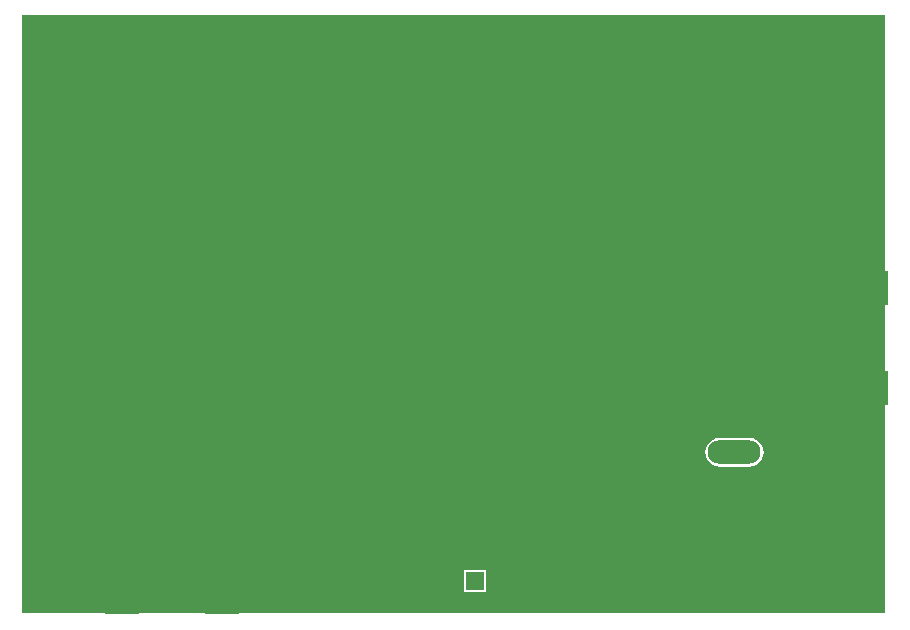
<source format=gbl>
%FSLAX25Y25*%
%MOIN*%
G70*
G01*
G75*
G04 Layer_Physical_Order=2*
G04 Layer_Color=16711680*
%ADD10C,0.09843*%
%ADD11R,0.05906X0.04331*%
%ADD12R,0.04331X0.05906*%
%ADD13R,0.11811X0.07874*%
%ADD14R,0.19685X0.11811*%
%ADD15O,0.01378X0.05512*%
%ADD16R,0.07874X0.11811*%
%ADD17R,0.11811X0.19685*%
%ADD18R,0.11811X0.03937*%
%ADD19R,0.19685X0.07874*%
%ADD20R,0.03543X0.03937*%
%ADD21R,0.10236X0.16142*%
%ADD22R,0.03937X0.03543*%
%ADD23O,0.02362X0.05906*%
G04:AMPARAMS|DCode=24|XSize=39.37mil|YSize=78.74mil|CornerRadius=9.84mil|HoleSize=0mil|Usage=FLASHONLY|Rotation=0.000|XOffset=0mil|YOffset=0mil|HoleType=Round|Shape=RoundedRectangle|*
%AMROUNDEDRECTD24*
21,1,0.03937,0.05906,0,0,0.0*
21,1,0.01969,0.07874,0,0,0.0*
1,1,0.01969,0.00984,-0.02953*
1,1,0.01969,-0.00984,-0.02953*
1,1,0.01969,-0.00984,0.02953*
1,1,0.01969,0.00984,0.02953*
%
%ADD24ROUNDEDRECTD24*%
G04:AMPARAMS|DCode=25|XSize=2559.05mil|YSize=551.18mil|CornerRadius=137.8mil|HoleSize=0mil|Usage=FLASHONLY|Rotation=0.000|XOffset=0mil|YOffset=0mil|HoleType=Round|Shape=RoundedRectangle|*
%AMROUNDEDRECTD25*
21,1,2.55905,0.27559,0,0,0.0*
21,1,2.28347,0.55118,0,0,0.0*
1,1,0.27559,1.14173,-0.13780*
1,1,0.27559,-1.14173,-0.13780*
1,1,0.27559,-1.14173,0.13780*
1,1,0.27559,1.14173,0.13780*
%
%ADD25ROUNDEDRECTD25*%
%ADD26R,0.09449X0.10827*%
%ADD27C,0.01575*%
%ADD28C,0.01969*%
%ADD29C,0.03937*%
%ADD30C,0.01181*%
%ADD31C,0.00984*%
%ADD32C,0.05906*%
%ADD33R,0.05906X0.05906*%
%ADD34O,0.17716X0.07874*%
%ADD35O,0.15748X0.07874*%
%ADD36O,0.07874X0.15748*%
%ADD37C,0.05906*%
%ADD38C,0.03543*%
%ADD39C,0.03937*%
%ADD40C,0.03150*%
%ADD41C,0.12992*%
G36*
X289178Y1405D02*
X1405D01*
Y200697D01*
X289178D01*
Y1405D01*
D02*
G37*
%LPC*%
G36*
X156240Y15740D02*
X148760D01*
Y8260D01*
X156240D01*
Y15740D01*
D02*
G37*
G36*
X243921Y59702D02*
X234079D01*
X232845Y59540D01*
X231696Y59064D01*
X230709Y58306D01*
X229952Y57320D01*
X229476Y56170D01*
X229314Y54937D01*
X229476Y53704D01*
X229952Y52554D01*
X230709Y51568D01*
X231696Y50810D01*
X232845Y50334D01*
X234079Y50172D01*
X243921D01*
X245155Y50334D01*
X246304Y50810D01*
X247291Y51568D01*
X248048Y52554D01*
X248524Y53704D01*
X248686Y54937D01*
X248524Y56170D01*
X248048Y57320D01*
X247291Y58306D01*
X246304Y59064D01*
X245155Y59540D01*
X243921Y59702D01*
D02*
G37*
%LPD*%
D14*
X280457Y109535D02*
D03*
Y76465D02*
D03*
D17*
X68035Y10543D02*
D03*
X34965D02*
D03*
D19*
X11543Y19965D02*
D03*
Y53035D02*
D03*
D32*
X152500Y22000D02*
D03*
X242937Y30528D02*
D03*
X235063D02*
D03*
X258685Y46276D02*
D03*
Y38402D02*
D03*
D33*
X152500Y12000D02*
D03*
D34*
X239000Y54937D02*
D03*
D35*
Y30528D02*
D03*
D36*
X258685Y42339D02*
D03*
D37*
X234079Y54937D02*
D03*
X243921D02*
D03*
D38*
X220500Y88500D02*
D03*
X68500Y30500D02*
D03*
X75500Y102500D02*
D03*
X76000Y111000D02*
D03*
Y119000D02*
D03*
X48000Y102500D02*
D03*
Y111000D02*
D03*
Y119000D02*
D03*
X31500Y53000D02*
D03*
X246000Y117500D02*
D03*
X246500Y109500D02*
D03*
X217500Y125000D02*
D03*
Y107000D02*
D03*
Y98000D02*
D03*
X228500Y82500D02*
D03*
X237000Y69500D02*
D03*
X224500D02*
D03*
X214000D02*
D03*
X238500Y80500D02*
D03*
X251500Y75500D02*
D03*
X263000Y76000D02*
D03*
X246000Y124500D02*
D03*
X255000Y109500D02*
D03*
X263500D02*
D03*
X84500Y82000D02*
D03*
X84000Y91500D02*
D03*
X40000Y53000D02*
D03*
X24500Y82500D02*
D03*
Y92500D02*
D03*
X139000Y111000D02*
D03*
X95500Y105000D02*
D03*
X152000Y79000D02*
D03*
Y91500D02*
D03*
Y102000D02*
D03*
X274500Y76000D02*
D03*
X285000D02*
D03*
Y109500D02*
D03*
X274500D02*
D03*
X68500Y7500D02*
D03*
Y17000D02*
D03*
X35000Y7500D02*
D03*
Y17000D02*
D03*
D39*
X5000Y20000D02*
D03*
X16500D02*
D03*
Y53000D02*
D03*
X5000D02*
D03*
D40*
X248500Y135500D02*
D03*
Y145500D02*
D03*
Y165500D02*
D03*
Y175500D02*
D03*
Y155500D02*
D03*
X238500Y135500D02*
D03*
Y145500D02*
D03*
Y165500D02*
D03*
Y175500D02*
D03*
Y155500D02*
D03*
X228500Y135500D02*
D03*
Y145500D02*
D03*
Y165500D02*
D03*
Y175500D02*
D03*
Y155500D02*
D03*
X218500Y135500D02*
D03*
Y145500D02*
D03*
Y165500D02*
D03*
Y175500D02*
D03*
Y155500D02*
D03*
X208500Y135500D02*
D03*
Y145500D02*
D03*
Y165500D02*
D03*
Y175500D02*
D03*
Y155500D02*
D03*
X198500Y135500D02*
D03*
Y145500D02*
D03*
Y165500D02*
D03*
Y175500D02*
D03*
Y155500D02*
D03*
X188500Y135500D02*
D03*
Y145500D02*
D03*
Y165500D02*
D03*
Y175500D02*
D03*
Y155500D02*
D03*
X178500Y135500D02*
D03*
Y145500D02*
D03*
Y165500D02*
D03*
Y175500D02*
D03*
Y155500D02*
D03*
X168500Y135500D02*
D03*
Y145500D02*
D03*
Y165500D02*
D03*
Y175500D02*
D03*
Y155500D02*
D03*
X158500Y135500D02*
D03*
Y145500D02*
D03*
Y165500D02*
D03*
Y175500D02*
D03*
Y155500D02*
D03*
X148500Y135500D02*
D03*
Y145500D02*
D03*
Y165500D02*
D03*
Y175500D02*
D03*
Y155500D02*
D03*
X138500Y135500D02*
D03*
Y145500D02*
D03*
Y165500D02*
D03*
Y175500D02*
D03*
Y155500D02*
D03*
X128500Y135500D02*
D03*
Y145500D02*
D03*
Y165500D02*
D03*
Y175500D02*
D03*
Y155500D02*
D03*
X118500Y135500D02*
D03*
Y145500D02*
D03*
Y165500D02*
D03*
Y175500D02*
D03*
Y155500D02*
D03*
X108500Y135500D02*
D03*
Y145500D02*
D03*
Y165500D02*
D03*
Y175500D02*
D03*
Y155500D02*
D03*
X98500Y135500D02*
D03*
Y145500D02*
D03*
Y165500D02*
D03*
Y175500D02*
D03*
Y155500D02*
D03*
X88500Y135500D02*
D03*
Y145500D02*
D03*
Y165500D02*
D03*
Y175500D02*
D03*
Y155500D02*
D03*
X78500Y135500D02*
D03*
Y145500D02*
D03*
Y165500D02*
D03*
Y175500D02*
D03*
Y155500D02*
D03*
X68500Y135500D02*
D03*
Y145500D02*
D03*
Y165500D02*
D03*
Y175500D02*
D03*
Y155500D02*
D03*
X58500Y135500D02*
D03*
Y145500D02*
D03*
Y165500D02*
D03*
Y175500D02*
D03*
Y155500D02*
D03*
X48500Y135500D02*
D03*
Y145500D02*
D03*
Y165500D02*
D03*
Y175500D02*
D03*
Y155500D02*
D03*
X38500Y135500D02*
D03*
Y145500D02*
D03*
X28500Y175500D02*
D03*
Y165500D02*
D03*
Y145500D02*
D03*
Y135500D02*
D03*
X38500Y175500D02*
D03*
Y165500D02*
D03*
X258500Y175500D02*
D03*
Y165500D02*
D03*
Y145500D02*
D03*
Y135500D02*
D03*
X268500Y175500D02*
D03*
Y165500D02*
D03*
Y145500D02*
D03*
Y135500D02*
D03*
D41*
X261689Y155500D02*
D03*
X35311D02*
D03*
M02*

</source>
